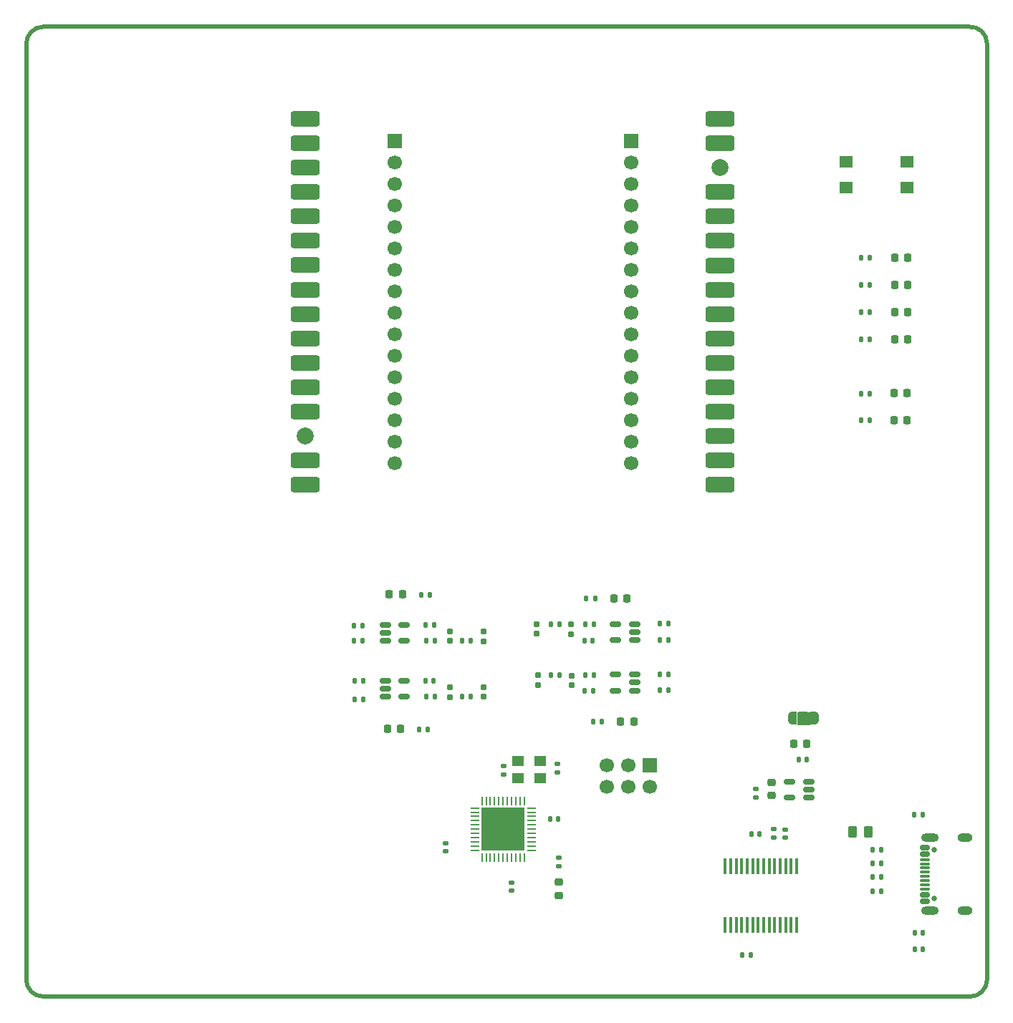
<source format=gbr>
%TF.GenerationSoftware,KiCad,Pcbnew,9.0.6*%
%TF.CreationDate,2026-01-15T14:05:34+00:00*%
%TF.ProjectId,PyBoardTester,5079426f-6172-4645-9465-737465722e6b,rev?*%
%TF.SameCoordinates,Original*%
%TF.FileFunction,Soldermask,Top*%
%TF.FilePolarity,Negative*%
%FSLAX46Y46*%
G04 Gerber Fmt 4.6, Leading zero omitted, Abs format (unit mm)*
G04 Created by KiCad (PCBNEW 9.0.6) date 2026-01-15 14:05:34*
%MOMM*%
%LPD*%
G01*
G04 APERTURE LIST*
G04 Aperture macros list*
%AMRoundRect*
0 Rectangle with rounded corners*
0 $1 Rounding radius*
0 $2 $3 $4 $5 $6 $7 $8 $9 X,Y pos of 4 corners*
0 Add a 4 corners polygon primitive as box body*
4,1,4,$2,$3,$4,$5,$6,$7,$8,$9,$2,$3,0*
0 Add four circle primitives for the rounded corners*
1,1,$1+$1,$2,$3*
1,1,$1+$1,$4,$5*
1,1,$1+$1,$6,$7*
1,1,$1+$1,$8,$9*
0 Add four rect primitives between the rounded corners*
20,1,$1+$1,$2,$3,$4,$5,0*
20,1,$1+$1,$4,$5,$6,$7,0*
20,1,$1+$1,$6,$7,$8,$9,0*
20,1,$1+$1,$8,$9,$2,$3,0*%
%AMFreePoly0*
4,1,23,0.550000,-0.750000,0.000000,-0.750000,0.000000,-0.745722,-0.065263,-0.745722,-0.191342,-0.711940,-0.304381,-0.646677,-0.396677,-0.554381,-0.461940,-0.441342,-0.495722,-0.315263,-0.495722,-0.250000,-0.500000,-0.250000,-0.500000,0.250000,-0.495722,0.250000,-0.495722,0.315263,-0.461940,0.441342,-0.396677,0.554381,-0.304381,0.646677,-0.191342,0.711940,-0.065263,0.745722,0.000000,0.745722,
0.000000,0.750000,0.550000,0.750000,0.550000,-0.750000,0.550000,-0.750000,$1*%
%AMFreePoly1*
4,1,23,0.000000,0.745722,0.065263,0.745722,0.191342,0.711940,0.304381,0.646677,0.396677,0.554381,0.461940,0.441342,0.495722,0.315263,0.495722,0.250000,0.500000,0.250000,0.500000,-0.250000,0.495722,-0.250000,0.495722,-0.315263,0.461940,-0.441342,0.396677,-0.554381,0.304381,-0.646677,0.191342,-0.711940,0.065263,-0.745722,0.000000,-0.745722,0.000000,-0.750000,-0.550000,-0.750000,
-0.550000,0.750000,0.000000,0.750000,0.000000,0.745722,0.000000,0.745722,$1*%
G04 Aperture macros list end*
%ADD10C,0.100000*%
%ADD11RoundRect,0.250000X-1.450000X-0.650000X1.450000X-0.650000X1.450000X0.650000X-1.450000X0.650000X0*%
%ADD12RoundRect,0.140000X0.140000X0.170000X-0.140000X0.170000X-0.140000X-0.170000X0.140000X-0.170000X0*%
%ADD13R,1.600000X1.400000*%
%ADD14RoundRect,0.135000X-0.135000X-0.185000X0.135000X-0.185000X0.135000X0.185000X-0.135000X0.185000X0*%
%ADD15RoundRect,0.218750X0.218750X0.256250X-0.218750X0.256250X-0.218750X-0.256250X0.218750X-0.256250X0*%
%ADD16R,1.700000X1.700000*%
%ADD17C,1.700000*%
%ADD18FreePoly0,180.000000*%
%ADD19R,1.000000X1.500000*%
%ADD20FreePoly1,180.000000*%
%ADD21RoundRect,0.100000X0.100000X-0.850000X0.100000X0.850000X-0.100000X0.850000X-0.100000X-0.850000X0*%
%ADD22RoundRect,0.135000X0.135000X0.185000X-0.135000X0.185000X-0.135000X-0.185000X0.135000X-0.185000X0*%
%ADD23RoundRect,0.250000X0.262500X0.450000X-0.262500X0.450000X-0.262500X-0.450000X0.262500X-0.450000X0*%
%ADD24RoundRect,0.155000X0.155000X-0.212500X0.155000X0.212500X-0.155000X0.212500X-0.155000X-0.212500X0*%
%ADD25RoundRect,0.155000X-0.155000X0.212500X-0.155000X-0.212500X0.155000X-0.212500X0.155000X0.212500X0*%
%ADD26RoundRect,0.150000X0.512500X0.150000X-0.512500X0.150000X-0.512500X-0.150000X0.512500X-0.150000X0*%
%ADD27C,2.000000*%
%ADD28RoundRect,0.140000X-0.140000X-0.170000X0.140000X-0.170000X0.140000X0.170000X-0.140000X0.170000X0*%
%ADD29RoundRect,0.218750X0.256250X-0.218750X0.256250X0.218750X-0.256250X0.218750X-0.256250X-0.218750X0*%
%ADD30RoundRect,0.150000X-0.512500X-0.150000X0.512500X-0.150000X0.512500X0.150000X-0.512500X0.150000X0*%
%ADD31RoundRect,0.140000X0.170000X-0.140000X0.170000X0.140000X-0.170000X0.140000X-0.170000X-0.140000X0*%
%ADD32R,1.400000X1.200000*%
%ADD33RoundRect,0.135000X-0.185000X0.135000X-0.185000X-0.135000X0.185000X-0.135000X0.185000X0.135000X0*%
%ADD34RoundRect,0.140000X-0.170000X0.140000X-0.170000X-0.140000X0.170000X-0.140000X0.170000X0.140000X0*%
%ADD35RoundRect,0.135000X0.185000X-0.135000X0.185000X0.135000X-0.185000X0.135000X-0.185000X-0.135000X0*%
%ADD36RoundRect,0.218750X-0.218750X-0.256250X0.218750X-0.256250X0.218750X0.256250X-0.218750X0.256250X0*%
%ADD37RoundRect,0.062500X-0.475000X-0.062500X0.475000X-0.062500X0.475000X0.062500X-0.475000X0.062500X0*%
%ADD38RoundRect,0.062500X-0.062500X-0.475000X0.062500X-0.475000X0.062500X0.475000X-0.062500X0.475000X0*%
%ADD39R,5.200000X5.200000*%
%ADD40RoundRect,0.225000X0.250000X-0.225000X0.250000X0.225000X-0.250000X0.225000X-0.250000X-0.225000X0*%
%ADD41C,0.650000*%
%ADD42RoundRect,0.150000X0.425000X-0.150000X0.425000X0.150000X-0.425000X0.150000X-0.425000X-0.150000X0*%
%ADD43RoundRect,0.075000X0.500000X-0.075000X0.500000X0.075000X-0.500000X0.075000X-0.500000X-0.075000X0*%
%ADD44O,2.100000X1.000000*%
%ADD45O,1.800000X1.000000*%
%ADD46RoundRect,0.225000X0.225000X0.250000X-0.225000X0.250000X-0.225000X-0.250000X0.225000X-0.250000X0*%
%TA.AperFunction,Profile*%
%ADD47C,0.500000*%
%TD*%
G04 APERTURE END LIST*
%TO.C,J4*%
D10*
X176400000Y-119250600D02*
X174900000Y-119250600D01*
X174900000Y-117750600D01*
X176400000Y-117750600D01*
X176400000Y-119250600D01*
G36*
X176400000Y-119250600D02*
G01*
X174900000Y-119250600D01*
X174900000Y-117750600D01*
X176400000Y-117750600D01*
X176400000Y-119250600D01*
G37*
%TD*%
D11*
%TO.C,TP1*%
X116790681Y-47583189D03*
%TD*%
D12*
%TO.C,C18*%
X176030000Y-123352500D03*
X175070000Y-123352500D03*
%TD*%
D11*
%TO.C,TP11*%
X116790681Y-62016522D03*
%TD*%
D13*
%TO.C,SW1*%
X187850000Y-55700000D03*
X180650000Y-55700000D03*
X187850000Y-52700000D03*
X180650000Y-52700000D03*
%TD*%
D14*
%TO.C,R19*%
X135290000Y-115956800D03*
X136310000Y-115956800D03*
%TD*%
D15*
%TO.C,D8*%
X187987500Y-70450000D03*
X186412500Y-70450000D03*
%TD*%
%TO.C,D11*%
X187925000Y-83225000D03*
X186350000Y-83225000D03*
%TD*%
D16*
%TO.C,J3*%
X155314000Y-50194800D03*
D17*
X155314000Y-52734800D03*
X155314000Y-55274800D03*
X155314000Y-57814800D03*
X155314000Y-60354800D03*
X155314000Y-62894800D03*
X155314000Y-65434800D03*
X155314000Y-67974800D03*
X155314000Y-70514800D03*
X155314000Y-73054800D03*
X155314000Y-75594800D03*
X155314000Y-78134800D03*
X155314000Y-80674800D03*
X155314000Y-83214800D03*
X155314000Y-85754800D03*
X155314000Y-88294800D03*
%TD*%
D14*
%TO.C,R31*%
X183840000Y-137300000D03*
X184860000Y-137300000D03*
%TD*%
D18*
%TO.C,J4*%
X176950000Y-118500600D03*
D19*
X175650000Y-118500600D03*
D20*
X174350000Y-118500600D03*
%TD*%
D21*
%TO.C,U7*%
X166400000Y-142950000D03*
X167050000Y-142950000D03*
X167700000Y-142950000D03*
X168350000Y-142950000D03*
X169000000Y-142950000D03*
X169650000Y-142950000D03*
X170300000Y-142950000D03*
X170950000Y-142950000D03*
X171600000Y-142950000D03*
X172250000Y-142950000D03*
X172900000Y-142950000D03*
X173550000Y-142950000D03*
X174200000Y-142950000D03*
X174850000Y-142950000D03*
X174850000Y-135950000D03*
X174200000Y-135950000D03*
X173550000Y-135950000D03*
X172900000Y-135950000D03*
X172250000Y-135950000D03*
X171600000Y-135950000D03*
X170950000Y-135950000D03*
X170300000Y-135950000D03*
X169650000Y-135950000D03*
X169000000Y-135950000D03*
X168350000Y-135950000D03*
X167700000Y-135950000D03*
X167050000Y-135950000D03*
X166400000Y-135950000D03*
%TD*%
D22*
%TO.C,R30*%
X184860000Y-134000000D03*
X183840000Y-134000000D03*
%TD*%
%TO.C,R36*%
X183485000Y-83225000D03*
X182465000Y-83225000D03*
%TD*%
D23*
%TO.C,L1*%
X183312500Y-131900000D03*
X181487500Y-131900000D03*
%TD*%
D14*
%TO.C,R14*%
X131040000Y-109343700D03*
X132060000Y-109343700D03*
%TD*%
%TO.C,R25*%
X130261200Y-119778000D03*
X131281200Y-119778000D03*
%TD*%
D12*
%TO.C,C29*%
X170472500Y-132150000D03*
X169512500Y-132150000D03*
%TD*%
D14*
%TO.C,R16*%
X122540000Y-109306800D03*
X123560000Y-109306800D03*
%TD*%
D24*
%TO.C,C14*%
X137850000Y-109361200D03*
X137850000Y-108226200D03*
%TD*%
D12*
%TO.C,C4*%
X150730000Y-109300000D03*
X149770000Y-109300000D03*
%TD*%
D25*
%TO.C,C9*%
X148200000Y-107393700D03*
X148200000Y-108528700D03*
%TD*%
D14*
%TO.C,R24*%
X130511200Y-103867600D03*
X131531200Y-103867600D03*
%TD*%
%TO.C,R20*%
X122590000Y-116256800D03*
X123610000Y-116256800D03*
%TD*%
D22*
%TO.C,R6*%
X150860000Y-113361200D03*
X149840000Y-113361200D03*
%TD*%
%TO.C,R29*%
X184860000Y-138950000D03*
X183840000Y-138950000D03*
%TD*%
%TO.C,R28*%
X183472500Y-67205200D03*
X182452500Y-67205200D03*
%TD*%
D26*
%TO.C,U3*%
X155687500Y-115211200D03*
X155687500Y-114261200D03*
X155687500Y-113311200D03*
X153412500Y-113311200D03*
X153412500Y-115211200D03*
%TD*%
D15*
%TO.C,D3*%
X155587500Y-118861200D03*
X154012500Y-118861200D03*
%TD*%
D11*
%TO.C,TP22*%
X165814000Y-76461467D03*
%TD*%
D14*
%TO.C,R15*%
X135290000Y-109343700D03*
X136310000Y-109343700D03*
%TD*%
D27*
%TO.C,TP27*%
X116790681Y-85109856D03*
%TD*%
D22*
%TO.C,R10*%
X159710000Y-115161200D03*
X158690000Y-115161200D03*
%TD*%
D11*
%TO.C,TP24*%
X165814000Y-79348133D03*
%TD*%
D28*
%TO.C,C1*%
X130970000Y-114056800D03*
X131930000Y-114056800D03*
%TD*%
D22*
%TO.C,R33*%
X183472500Y-70427600D03*
X182452500Y-70427600D03*
%TD*%
D14*
%TO.C,R18*%
X131040000Y-115956800D03*
X132060000Y-115956800D03*
%TD*%
D28*
%TO.C,C27*%
X168437500Y-146517500D03*
X169397500Y-146517500D03*
%TD*%
D29*
%TO.C,D1*%
X146750000Y-139437500D03*
X146750000Y-137862500D03*
%TD*%
D28*
%TO.C,C2*%
X131020000Y-107443700D03*
X131980000Y-107443700D03*
%TD*%
D11*
%TO.C,TP3*%
X116790681Y-50469856D03*
%TD*%
D24*
%TO.C,C17*%
X137850000Y-115924300D03*
X137850000Y-114789300D03*
%TD*%
D22*
%TO.C,R7*%
X146860000Y-113411200D03*
X145840000Y-113411200D03*
%TD*%
D12*
%TO.C,C3*%
X150780000Y-115261200D03*
X149820000Y-115261200D03*
%TD*%
D14*
%TO.C,R1*%
X158680000Y-107311200D03*
X159700000Y-107311200D03*
%TD*%
D30*
%TO.C,U5*%
X126212500Y-107456800D03*
X126212500Y-108406800D03*
X126212500Y-109356800D03*
X128487500Y-109356800D03*
X128487500Y-107456800D03*
%TD*%
D11*
%TO.C,TP32*%
X165814000Y-90894800D03*
%TD*%
D24*
%TO.C,C16*%
X133900000Y-115974300D03*
X133900000Y-114839300D03*
%TD*%
D31*
%TO.C,C34*%
X170050000Y-127830000D03*
X170050000Y-126870000D03*
%TD*%
D22*
%TO.C,R3*%
X146860000Y-107350000D03*
X145840000Y-107350000D03*
%TD*%
%TO.C,R26*%
X183481200Y-63982800D03*
X182461200Y-63982800D03*
%TD*%
D11*
%TO.C,TP14*%
X165814000Y-64914800D03*
%TD*%
D30*
%TO.C,U6*%
X126212500Y-114056800D03*
X126212500Y-115006800D03*
X126212500Y-115956800D03*
X128487500Y-115956800D03*
X128487500Y-114056800D03*
%TD*%
D32*
%TO.C,OSC1*%
X144554000Y-123584596D03*
X141954000Y-123584596D03*
X141954000Y-125584606D03*
X144554000Y-125584606D03*
%TD*%
D22*
%TO.C,R2*%
X150860000Y-107400000D03*
X149840000Y-107400000D03*
%TD*%
D11*
%TO.C,TP25*%
X116790681Y-82223189D03*
%TD*%
D28*
%TO.C,C31*%
X188820000Y-145800000D03*
X189780000Y-145800000D03*
%TD*%
D11*
%TO.C,TP17*%
X116790681Y-70676522D03*
%TD*%
D26*
%TO.C,U8*%
X176287500Y-127900000D03*
X176287500Y-126950000D03*
X176287500Y-126000000D03*
X174012500Y-126000000D03*
X174012500Y-127900000D03*
%TD*%
D11*
%TO.C,TP10*%
X165814000Y-59141467D03*
%TD*%
%TO.C,TP9*%
X116790681Y-59129856D03*
%TD*%
D33*
%TO.C,R38*%
X172150000Y-131590000D03*
X172150000Y-132610000D03*
%TD*%
D34*
%TO.C,C8*%
X141154000Y-137920000D03*
X141154000Y-138880000D03*
%TD*%
D28*
%TO.C,C7*%
X145720000Y-130400000D03*
X146680000Y-130400000D03*
%TD*%
D35*
%TO.C,R21*%
X146750000Y-135960000D03*
X146750000Y-134940000D03*
%TD*%
D36*
%TO.C,D4*%
X126712500Y-103856800D03*
X128287500Y-103856800D03*
%TD*%
D11*
%TO.C,TP21*%
X116790681Y-76449856D03*
%TD*%
D22*
%TO.C,R34*%
X183481200Y-73650000D03*
X182461200Y-73650000D03*
%TD*%
D11*
%TO.C,TP20*%
X165814000Y-73574800D03*
%TD*%
%TO.C,TP26*%
X165814000Y-82234800D03*
%TD*%
D15*
%TO.C,D10*%
X187925000Y-80025000D03*
X186350000Y-80025000D03*
%TD*%
D37*
%TO.C,U4*%
X136812500Y-129100000D03*
X136812500Y-129600000D03*
X136812500Y-130100000D03*
X136812500Y-130600000D03*
X136812500Y-131100000D03*
X136812500Y-131600000D03*
X136812500Y-132100000D03*
X136812500Y-132600000D03*
X136812500Y-133100000D03*
X136812500Y-133600000D03*
X136812500Y-134100000D03*
D38*
X137650000Y-134937500D03*
X138150000Y-134937500D03*
X138650000Y-134937500D03*
X139150000Y-134937500D03*
X139650000Y-134937500D03*
X140150000Y-134937500D03*
X140650000Y-134937500D03*
X141150000Y-134937500D03*
X141650000Y-134937500D03*
X142150000Y-134937500D03*
X142650000Y-134937500D03*
D37*
X143487500Y-134100000D03*
X143487500Y-133600000D03*
X143487500Y-133100000D03*
X143487500Y-132600000D03*
X143487500Y-132100000D03*
X143487500Y-131600000D03*
X143487500Y-131100000D03*
X143487500Y-130600000D03*
X143487500Y-130100000D03*
X143487500Y-129600000D03*
X143487500Y-129100000D03*
D38*
X142650000Y-128262500D03*
X142150000Y-128262500D03*
X141650000Y-128262500D03*
X141150000Y-128262500D03*
X140650000Y-128262500D03*
X140150000Y-128262500D03*
X139650000Y-128262500D03*
X139150000Y-128262500D03*
X138650000Y-128262500D03*
X138150000Y-128262500D03*
X137650000Y-128262500D03*
D39*
X140150000Y-131600000D03*
%TD*%
D34*
%TO.C,C6*%
X133350000Y-133270000D03*
X133350000Y-134230000D03*
%TD*%
D31*
%TO.C,C15*%
X146550000Y-124880000D03*
X146550000Y-123920000D03*
%TD*%
D11*
%TO.C,TP28*%
X165814000Y-85121467D03*
%TD*%
%TO.C,TP5*%
X116790681Y-53356522D03*
%TD*%
%TO.C,TP7*%
X116790681Y-56243189D03*
%TD*%
%TO.C,TP30*%
X165814000Y-88008133D03*
%TD*%
%TO.C,TP15*%
X116790681Y-67789856D03*
%TD*%
D25*
%TO.C,C11*%
X148300000Y-113443700D03*
X148300000Y-114578700D03*
%TD*%
D14*
%TO.C,R5*%
X158690000Y-113311200D03*
X159710000Y-113311200D03*
%TD*%
D40*
%TO.C,C32*%
X171900000Y-127625000D03*
X171900000Y-126075000D03*
%TD*%
D16*
%TO.C,J1*%
X157490000Y-124075000D03*
D17*
X157490000Y-126615000D03*
X154950000Y-124075000D03*
X154950000Y-126615000D03*
X152410000Y-124075000D03*
X152410000Y-126615000D03*
%TD*%
D25*
%TO.C,C10*%
X144100000Y-107343700D03*
X144100000Y-108478700D03*
%TD*%
D11*
%TO.C,TP13*%
X116790681Y-64903189D03*
%TD*%
D15*
%TO.C,D6*%
X187987500Y-64000000D03*
X186412500Y-64000000D03*
%TD*%
D11*
%TO.C,TP12*%
X165814000Y-62028133D03*
%TD*%
D22*
%TO.C,R4*%
X159710000Y-109211200D03*
X158690000Y-109211200D03*
%TD*%
%TO.C,R35*%
X183485000Y-80075000D03*
X182465000Y-80075000D03*
%TD*%
D12*
%TO.C,C30*%
X189780000Y-143900000D03*
X188820000Y-143900000D03*
%TD*%
D11*
%TO.C,TP23*%
X116790681Y-79336522D03*
%TD*%
D34*
%TO.C,C26*%
X173525000Y-131670000D03*
X173525000Y-132630000D03*
%TD*%
D15*
%TO.C,D7*%
X187987500Y-67200000D03*
X186412500Y-67200000D03*
%TD*%
D11*
%TO.C,TP18*%
X165814000Y-70688133D03*
%TD*%
D22*
%TO.C,R22*%
X151013800Y-104321200D03*
X149993800Y-104321200D03*
%TD*%
D25*
%TO.C,C12*%
X144250000Y-113393700D03*
X144250000Y-114528700D03*
%TD*%
D31*
%TO.C,C5*%
X140200000Y-125130000D03*
X140200000Y-124170000D03*
%TD*%
D11*
%TO.C,TP16*%
X165814000Y-67801467D03*
%TD*%
%TO.C,TP2*%
X165814000Y-47594800D03*
%TD*%
D22*
%TO.C,R23*%
X151788800Y-118860800D03*
X150768800Y-118860800D03*
%TD*%
%TO.C,R17*%
X123610000Y-114056800D03*
X122590000Y-114056800D03*
%TD*%
%TO.C,R13*%
X123560000Y-107506800D03*
X122540000Y-107506800D03*
%TD*%
D41*
%TO.C,J5*%
X191070000Y-139840000D03*
X191070000Y-134060000D03*
D42*
X189995000Y-140150000D03*
X189995000Y-139350000D03*
D43*
X189995000Y-138200000D03*
X189995000Y-137200000D03*
X189995000Y-136700000D03*
X189995000Y-135700000D03*
D42*
X189995000Y-134550000D03*
X189995000Y-133750000D03*
X189995000Y-133750000D03*
X189995000Y-134550000D03*
D43*
X189995000Y-135200000D03*
X189995000Y-136200000D03*
X189995000Y-137700000D03*
X189995000Y-138700000D03*
D42*
X189995000Y-139350000D03*
X189995000Y-140150000D03*
D44*
X190570000Y-141270000D03*
D45*
X194750000Y-141270000D03*
D44*
X190570000Y-132630000D03*
D45*
X194750000Y-132630000D03*
%TD*%
D36*
%TO.C,D5*%
X126462500Y-119756800D03*
X128037500Y-119756800D03*
%TD*%
D15*
%TO.C,D2*%
X154812500Y-104311200D03*
X153237500Y-104311200D03*
%TD*%
D11*
%TO.C,TP8*%
X165814000Y-56254800D03*
%TD*%
D27*
%TO.C,TP6*%
X165814000Y-53368133D03*
%TD*%
D24*
%TO.C,C13*%
X133900000Y-109311200D03*
X133900000Y-108176200D03*
%TD*%
D14*
%TO.C,R32*%
X183840000Y-135650000D03*
X184860000Y-135650000D03*
%TD*%
D16*
%TO.C,J2*%
X127380000Y-50206800D03*
D17*
X127380000Y-52746800D03*
X127380000Y-55286800D03*
X127380000Y-57826800D03*
X127380000Y-60366800D03*
X127380000Y-62906800D03*
X127380000Y-65446800D03*
X127380000Y-67986800D03*
X127380000Y-70526800D03*
X127380000Y-73066800D03*
X127380000Y-75606800D03*
X127380000Y-78146800D03*
X127380000Y-80686800D03*
X127380000Y-83226800D03*
X127380000Y-85766800D03*
X127380000Y-88306800D03*
%TD*%
D26*
%TO.C,U1*%
X155687500Y-109261200D03*
X155687500Y-108311200D03*
X155687500Y-107361200D03*
X153412500Y-107361200D03*
X153412500Y-109261200D03*
%TD*%
D14*
%TO.C,R27*%
X188740000Y-129900000D03*
X189760000Y-129900000D03*
%TD*%
D11*
%TO.C,TP19*%
X116790681Y-73563189D03*
%TD*%
%TO.C,TP31*%
X116790681Y-90883189D03*
%TD*%
D15*
%TO.C,D9*%
X187987500Y-73650000D03*
X186412500Y-73650000D03*
%TD*%
D46*
%TO.C,C28*%
X176025000Y-121552500D03*
X174475000Y-121552500D03*
%TD*%
D11*
%TO.C,TP4*%
X165814000Y-50481467D03*
%TD*%
%TO.C,TP29*%
X116790681Y-87996522D03*
%TD*%
D47*
X197350000Y-38700000D02*
X197350000Y-149400000D01*
X85800000Y-151400000D02*
G75*
G02*
X83800000Y-149400000I0J2000000D01*
G01*
X85792517Y-36714214D02*
X195250000Y-36700000D01*
X195350000Y-151400000D02*
X85800000Y-151400000D01*
X195250000Y-36700000D02*
G75*
G02*
X197349980Y-38700000I97600J-2000000D01*
G01*
X83800000Y-149400000D02*
X83800000Y-38714214D01*
X197350000Y-149400000D02*
G75*
G02*
X195350000Y-151400000I-2000000J0D01*
G01*
X83800000Y-38714214D02*
G75*
G02*
X85800000Y-36714200I2000000J14D01*
G01*
M02*

</source>
